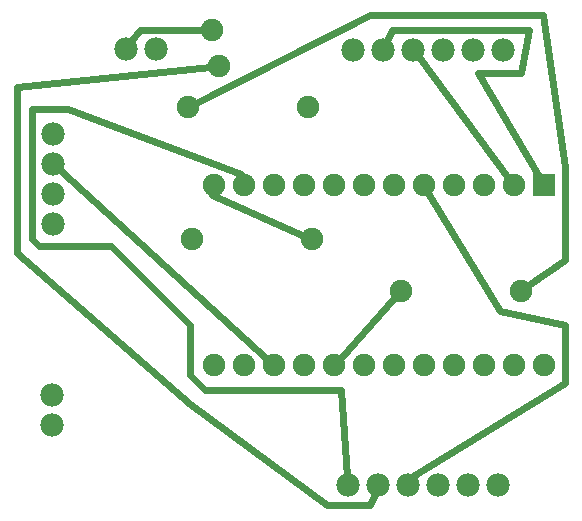
<source format=gbl>
G04 MADE WITH FRITZING*
G04 WWW.FRITZING.ORG*
G04 DOUBLE SIDED*
G04 HOLES PLATED*
G04 CONTOUR ON CENTER OF CONTOUR VECTOR*
%ASAXBY*%
%FSLAX23Y23*%
%MOIN*%
%OFA0B0*%
%SFA1.0B1.0*%
%ADD10C,0.078000*%
%ADD11C,0.075433*%
%ADD12C,0.075000*%
%ADD13R,0.075000X0.075000*%
%ADD14C,0.024000*%
%LNCOPPER0*%
G90*
G70*
G54D10*
X499Y1685D03*
X399Y1685D03*
G54D11*
X708Y1629D03*
X684Y1749D03*
G54D12*
X618Y1050D03*
X1018Y1050D03*
X1713Y879D03*
X1313Y879D03*
X1006Y1492D03*
X606Y1492D03*
X1791Y1230D03*
X1791Y630D03*
X1691Y1230D03*
X1691Y630D03*
X1591Y1230D03*
X1591Y630D03*
X1491Y1230D03*
X1491Y630D03*
X1391Y1230D03*
X1391Y630D03*
X1291Y1230D03*
X1291Y630D03*
X1191Y1230D03*
X1191Y630D03*
X1091Y1230D03*
X1091Y630D03*
X991Y1230D03*
X991Y630D03*
X891Y1230D03*
X891Y630D03*
X791Y1230D03*
X791Y630D03*
X691Y1230D03*
X691Y630D03*
G54D10*
X155Y1403D03*
X155Y1303D03*
X155Y1203D03*
X155Y1103D03*
X150Y531D03*
X150Y431D03*
X1638Y230D03*
X1538Y230D03*
X1438Y230D03*
X1338Y230D03*
X1238Y230D03*
X1138Y230D03*
X1656Y1682D03*
X1556Y1682D03*
X1456Y1682D03*
X1356Y1682D03*
X1256Y1682D03*
X1156Y1682D03*
G54D13*
X1791Y1230D03*
G54D14*
X1406Y1206D02*
X1644Y813D01*
X1644Y813D02*
X1860Y765D01*
X1860Y765D02*
X1860Y573D01*
X1860Y573D02*
X1356Y261D01*
X1356Y261D02*
X1353Y256D01*
D02*
X1674Y1253D02*
X1374Y1658D01*
D02*
X870Y649D02*
X178Y1283D01*
D02*
X783Y1258D02*
X780Y1269D01*
D02*
X780Y1269D02*
X204Y1485D01*
D02*
X204Y1485D02*
X84Y1485D01*
D02*
X84Y1485D02*
X84Y1053D01*
D02*
X84Y1053D02*
X108Y1029D01*
D02*
X108Y1029D02*
X348Y1029D01*
D02*
X348Y1029D02*
X612Y765D01*
X612Y765D02*
X612Y597D01*
X612Y597D02*
X660Y549D01*
X660Y549D02*
X1116Y549D01*
X1116Y549D02*
X1136Y260D01*
D02*
X1777Y1255D02*
X1572Y1605D01*
D02*
X1572Y1605D02*
X1716Y1605D01*
D02*
X1716Y1605D02*
X1740Y1749D01*
D02*
X1740Y1749D02*
X1284Y1749D01*
D02*
X1284Y1749D02*
X1268Y1710D01*
D02*
X1110Y652D02*
X1294Y858D01*
D02*
X632Y1505D02*
X1212Y1797D01*
D02*
X1212Y1797D02*
X1788Y1797D01*
X1788Y1797D02*
X1860Y1293D01*
D02*
X1860Y1293D02*
X1860Y981D01*
D02*
X1860Y981D02*
X1736Y896D01*
D02*
X685Y1202D02*
X684Y1197D01*
D02*
X684Y1197D02*
X992Y1062D01*
D02*
X1227Y202D02*
X1212Y165D01*
X1212Y165D02*
X1068Y165D01*
X1068Y165D02*
X612Y501D01*
X612Y501D02*
X36Y1005D01*
D02*
X36Y1005D02*
X36Y1557D01*
D02*
X36Y1557D02*
X679Y1625D01*
D02*
X416Y1710D02*
X444Y1749D01*
D02*
X444Y1749D02*
X655Y1749D01*
G04 End of Copper0*
M02*
</source>
